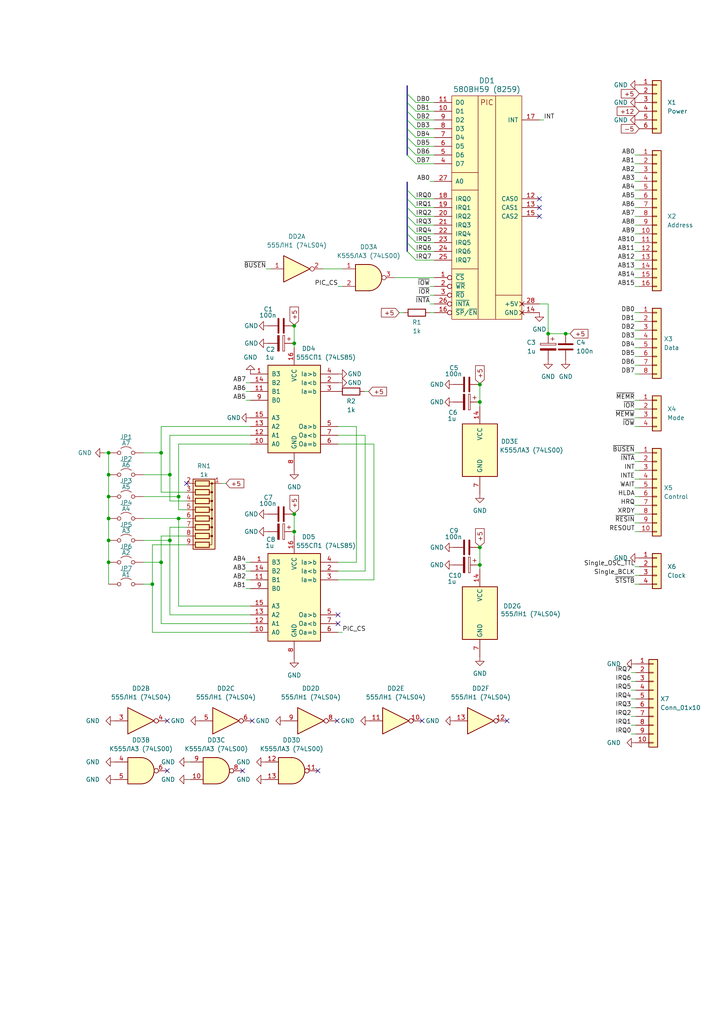
<source format=kicad_sch>
(kicad_sch (version 20231120) (generator "eeschema") (generator_version "8.0")
  (paper "A4" portrait)
  (title_block (title "Модуль контроллера прерываний") (date "2026-01-19") (company "R2AKT") (comment 1 "R2AKT.467863.002") (comment 2 "R2AKT"))
  (lib_symbols
    (symbol "74xx:74LS00" (pin_names (offset 1.016))
      (property "Reference" "U" (at 0 1.27 0))
      (property "Value" "74LS00" (at 0 -1.27 0))
      (symbol "74LS00_1_1"
        (pin input line (at -7.62 2.54 0) (length 3.81) (name "~") (number "1"))
        (pin input line (at -7.62 -2.54 0) (length 3.81) (name "~") (number "2"))
        (pin output inverted (at 7.62 0 180) (length 3.81) (name "~") (number "3"))
      )
      (symbol "74LS00_1_2"
        (pin input inverted (at -7.62 2.54 0) (length 4.318) (name "~") (number "1"))
        (pin input inverted (at -7.62 -2.54 0) (length 4.318) (name "~") (number "2"))
        (pin output line (at 7.62 0 180) (length 3.81) (name "~") (number "3"))
      )
      (symbol "74LS00_2_1"
        (pin input line (at -7.62 2.54 0) (length 3.81) (name "~") (number "4"))
        (pin input line (at -7.62 -2.54 0) (length 3.81) (name "~") (number "5"))
        (pin output inverted (at 7.62 0 180) (length 3.81) (name "~") (number "6"))
      )
      (symbol "74LS00_2_2"
        (pin input inverted (at -7.62 2.54 0) (length 4.318) (name "~") (number "4"))
        (pin input inverted (at -7.62 -2.54 0) (length 4.318) (name "~") (number "5"))
        (pin output line (at 7.62 0 180) (length 3.81) (name "~") (number "6"))
      )
      (symbol "74LS00_3_1"
        (pin input line (at -7.62 -2.54 0) (length 3.81) (name "~") (number "10"))
        (pin output inverted (at 7.62 0 180) (length 3.81) (name "~") (number "8"))
        (pin input line (at -7.62 2.54 0) (length 3.81) (name "~") (number "9"))
      )
      (symbol "74LS00_3_2"
        (pin input inverted (at -7.62 -2.54 0) (length 4.318) (name "~") (number "10"))
        (pin output line (at 7.62 0 180) (length 3.81) (name "~") (number "8"))
        (pin input inverted (at -7.62 2.54 0) (length 4.318) (name "~") (number "9"))
      )
      (symbol "74LS00_4_1"
        (pin output inverted (at 7.62 0 180) (length 3.81) (name "~") (number "11"))
        (pin input line (at -7.62 2.54 0) (length 3.81) (name "~") (number "12"))
        (pin input line (at -7.62 -2.54 0) (length 3.81) (name "~") (number "13"))
      )
      (symbol "74LS00_4_2"
        (pin output line (at 7.62 0 180) (length 3.81) (name "~") (number "11"))
        (pin input inverted (at -7.62 2.54 0) (length 4.318) (name "~") (number "12"))
        (pin input inverted (at -7.62 -2.54 0) (length 4.318) (name "~") (number "13"))
      )
      (symbol "74LS00_5_0"
        (pin power_in line (at 0 12.7 270) (length 5.08) (name "VCC") (number "14"))
        (pin power_in line (at 0 -12.7 90) (length 5.08) (name "GND") (number "7"))
      )
    )
    (symbol "74xx:74LS04"
      (property "Reference" "U" (at 0 1.27 0))
      (property "Value" "74LS04" (at 0 -1.27 0))
      (symbol "74LS04_1_0"
        (pin input line (at -7.62 0 0) (length 3.81) (name "~") (number "1"))
        (pin output inverted (at 7.62 0 180) (length 3.81) (name "~") (number "2"))
      )
      (symbol "74LS04_2_0"
        (pin input line (at -7.62 0 0) (length 3.81) (name "~") (number "3"))
        (pin output inverted (at 7.62 0 180) (length 3.81) (name "~") (number "4"))
      )
      (symbol "74LS04_3_0"
        (pin input line (at -7.62 0 0) (length 3.81) (name "~") (number "5"))
        (pin output inverted (at 7.62 0 180) (length 3.81) (name "~") (number "6"))
      )
      (symbol "74LS04_4_0"
        (pin output inverted (at 7.62 0 180) (length 3.81) (name "~") (number "8"))
        (pin input line (at -7.62 0 0) (length 3.81) (name "~") (number "9"))
      )
      (symbol "74LS04_5_0"
        (pin output inverted (at 7.62 0 180) (length 3.81) (name "~") (number "10"))
        (pin input line (at -7.62 0 0) (length 3.81) (name "~") (number "11"))
      )
      (symbol "74LS04_6_0"
        (pin output inverted (at 7.62 0 180) (length 3.81) (name "~") (number "12"))
        (pin input line (at -7.62 0 0) (length 3.81) (name "~") (number "13"))
      )
      (symbol "74LS04_7_0"
        (pin power_in line (at 0 12.7 270) (length 5.08) (name "VCC") (number "14"))
        (pin power_in line (at 0 -12.7 90) (length 5.08) (name "GND") (number "7"))
      )
    )
    (symbol "74xx:74LS85" (pin_names (offset 1.016))
      (property "Reference" "U" (at -7.62 13.97 0))
      (property "Value" "74LS85" (at -7.62 -13.97 0))
      (symbol "74LS85_1_0"
        (pin input line (at -12.7 10.16 0) (length 5.08) (name "B3") (number "1"))
        (pin input line (at -12.7 -10.16 0) (length 5.08) (name "A0") (number "10"))
        (pin input line (at -12.7 5.08 0) (length 5.08) (name "B1") (number "11"))
        (pin input line (at -12.7 -7.62 0) (length 5.08) (name "A1") (number "12"))
        (pin input line (at -12.7 -5.08 0) (length 5.08) (name "A2") (number "13"))
        (pin input line (at -12.7 7.62 0) (length 5.08) (name "B2") (number "14"))
        (pin input line (at -12.7 -2.54 0) (length 5.08) (name "A3") (number "15"))
        (pin power_in line (at 0 17.78 270) (length 5.08) (name "VCC") (number "16"))
        (pin input line (at 12.7 7.62 180) (length 5.08) (name "Ia<b") (number "2"))
        (pin input line (at 12.7 5.08 180) (length 5.08) (name "Ia=b") (number "3"))
        (pin input line (at 12.7 10.16 180) (length 5.08) (name "Ia>b") (number "4"))
        (pin output line (at 12.7 -5.08 180) (length 5.08) (name "Oa>b") (number "5"))
        (pin output line (at 12.7 -10.16 180) (length 5.08) (name "Oa=b") (number "6"))
        (pin output line (at 12.7 -7.62 180) (length 5.08) (name "Oa<b") (number "7"))
        (pin power_in line (at 0 -17.78 90) (length 5.08) (name "GND") (number "8"))
        (pin input line (at -12.7 2.54 0) (length 5.08) (name "B0") (number "9"))
      )
    )
    (symbol "Connector_Generic:Conn_01x04" (pin_names (offset 1.016) hide)
      (property "Reference" "J" (at 0 5.08 0))
      (property "Value" "Conn_01x04" (at 0 -7.62 0))
      (symbol "Conn_01x04_1_1"
        (pin passive line (at -5.08 2.54 0) (length 3.81) (name "Pin_1") (number "1"))
        (pin passive line (at -5.08 0 0) (length 3.81) (name "Pin_2") (number "2"))
        (pin passive line (at -5.08 -2.54 0) (length 3.81) (name "Pin_3") (number "3"))
        (pin passive line (at -5.08 -5.08 0) (length 3.81) (name "Pin_4") (number "4"))
      )
    )
    (symbol "Connector_Generic:Conn_01x06" (pin_names (offset 1.016) hide)
      (property "Reference" "J" (at 0 7.62 0))
      (property "Value" "Conn_01x06" (at 0 -10.16 0))
      (symbol "Conn_01x06_1_1"
        (pin passive line (at -5.08 5.08 0) (length 3.81) (name "Pin_1") (number "1"))
        (pin passive line (at -5.08 2.54 0) (length 3.81) (name "Pin_2") (number "2"))
        (pin passive line (at -5.08 0 0) (length 3.81) (name "Pin_3") (number "3"))
        (pin passive line (at -5.08 -2.54 0) (length 3.81) (name "Pin_4") (number "4"))
        (pin passive line (at -5.08 -5.08 0) (length 3.81) (name "Pin_5") (number "5"))
        (pin passive line (at -5.08 -7.62 0) (length 3.81) (name "Pin_6") (number "6"))
      )
    )
    (symbol "Connector_Generic:Conn_01x08" (pin_names (offset 1.016) hide)
      (property "Reference" "J" (at 0 10.16 0))
      (property "Value" "Conn_01x08" (at 0 -12.7 0))
      (symbol "Conn_01x08_1_1"
        (pin passive line (at -5.08 7.62 0) (length 3.81) (name "Pin_1") (number "1"))
        (pin passive line (at -5.08 5.08 0) (length 3.81) (name "Pin_2") (number "2"))
        (pin passive line (at -5.08 2.54 0) (length 3.81) (name "Pin_3") (number "3"))
        (pin passive line (at -5.08 0 0) (length 3.81) (name "Pin_4") (number "4"))
        (pin passive line (at -5.08 -2.54 0) (length 3.81) (name "Pin_5") (number "5"))
        (pin passive line (at -5.08 -5.08 0) (length 3.81) (name "Pin_6") (number "6"))
        (pin passive line (at -5.08 -7.62 0) (length 3.81) (name "Pin_7") (number "7"))
        (pin passive line (at -5.08 -10.16 0) (length 3.81) (name "Pin_8") (number "8"))
      )
    )
    (symbol "Connector_Generic:Conn_01x10" (pin_names (offset 1.016) hide)
      (property "Reference" "J" (at 0 12.7 0))
      (property "Value" "Conn_01x10" (at 0 -15.24 0))
      (symbol "Conn_01x10_1_1"
        (pin passive line (at -5.08 10.16 0) (length 3.81) (name "Pin_1") (number "1"))
        (pin passive line (at -5.08 -12.7 0) (length 3.81) (name "Pin_10") (number "10"))
        (pin passive line (at -5.08 7.62 0) (length 3.81) (name "Pin_2") (number "2"))
        (pin passive line (at -5.08 5.08 0) (length 3.81) (name "Pin_3") (number "3"))
        (pin passive line (at -5.08 2.54 0) (length 3.81) (name "Pin_4") (number "4"))
        (pin passive line (at -5.08 0 0) (length 3.81) (name "Pin_5") (number "5"))
        (pin passive line (at -5.08 -2.54 0) (length 3.81) (name "Pin_6") (number "6"))
        (pin passive line (at -5.08 -5.08 0) (length 3.81) (name "Pin_7") (number "7"))
        (pin passive line (at -5.08 -7.62 0) (length 3.81) (name "Pin_8") (number "8"))
        (pin passive line (at -5.08 -10.16 0) (length 3.81) (name "Pin_9") (number "9"))
      )
    )
    (symbol "Connector_Generic:Conn_01x16" (pin_names (offset 1.016) hide)
      (property "Reference" "J" (at 0 20.32 0))
      (property "Value" "Conn_01x16" (at 0 -22.86 0))
      (symbol "Conn_01x16_1_1"
        (pin passive line (at -5.08 17.78 0) (length 3.81) (name "Pin_1") (number "1"))
        (pin passive line (at -5.08 -5.08 0) (length 3.81) (name "Pin_10") (number "10"))
        (pin passive line (at -5.08 -7.62 0) (length 3.81) (name "Pin_11") (number "11"))
        (pin passive line (at -5.08 -10.16 0) (length 3.81) (name "Pin_12") (number "12"))
        (pin passive line (at -5.08 -12.7 0) (length 3.81) (name "Pin_13") (number "13"))
        (pin passive line (at -5.08 -15.24 0) (length 3.81) (name "Pin_14") (number "14"))
        (pin passive line (at -5.08 -17.78 0) (length 3.81) (name "Pin_15") (number "15"))
        (pin passive line (at -5.08 -20.32 0) (length 3.81) (name "Pin_16") (number "16"))
        (pin passive line (at -5.08 15.24 0) (length 3.81) (name "Pin_2") (number "2"))
        (pin passive line (at -5.08 12.7 0) (length 3.81) (name "Pin_3") (number "3"))
        (pin passive line (at -5.08 10.16 0) (length 3.81) (name "Pin_4") (number "4"))
        (pin passive line (at -5.08 7.62 0) (length 3.81) (name "Pin_5") (number "5"))
        (pin passive line (at -5.08 5.08 0) (length 3.81) (name "Pin_6") (number "6"))
        (pin passive line (at -5.08 2.54 0) (length 3.81) (name "Pin_7") (number "7"))
        (pin passive line (at -5.08 0 0) (length 3.81) (name "Pin_8") (number "8"))
        (pin passive line (at -5.08 -2.54 0) (length 3.81) (name "Pin_9") (number "9"))
      )
    )
    (symbol "Device:C" (pin_numbers hide) (pin_names (offset 0.254))
      (property "Reference" "C" (at 0.635 2.54 0))
      (property "Value" "C" (at 0.635 -2.54 0))
      (symbol "C_1_1"
        (pin passive line (at 0 3.81 270) (length 2.794) (name "~") (number "1"))
        (pin passive line (at 0 -3.81 90) (length 2.794) (name "~") (number "2"))
      )
    )
    (symbol "Device:C_Polarized" (pin_numbers hide) (pin_names (offset 0.254))
      (property "Reference" "C" (at 0.635 2.54 0))
      (property "Value" "C_Polarized" (at 0.635 -2.54 0))
      (symbol "C_Polarized_1_1"
        (pin passive line (at 0 3.81 270) (length 2.794) (name "~") (number "1"))
        (pin passive line (at 0 -3.81 90) (length 2.794) (name "~") (number "2"))
      )
    )
    (symbol "Device:R" (pin_numbers hide) (pin_names (offset 0))
      (property "Reference" "R" (at 2.032 0 90))
      (property "Value" "R" (at 0 0 90))
      (symbol "R_1_1"
        (pin passive line (at 0 3.81 270) (length 1.27) (name "~") (number "1"))
        (pin passive line (at 0 -3.81 90) (length 1.27) (name "~") (number "2"))
      )
    )
    (symbol "Device:R_Network08" (pin_names (offset 0) hide)
      (property "Reference" "RN" (at -12.7 0 90))
      (property "Value" "R_Network08" (at 10.16 0 90))
      (symbol "R_Network08_1_1"
        (pin passive line (at -10.16 5.08 270) (length 2.54) (name "common") (number "1"))
        (pin passive line (at -10.16 -5.08 90) (length 1.27) (name "R1") (number "2"))
        (pin passive line (at -7.62 -5.08 90) (length 1.27) (name "R2") (number "3"))
        (pin passive line (at -5.08 -5.08 90) (length 1.27) (name "R3") (number "4"))
        (pin passive line (at -2.54 -5.08 90) (length 1.27) (name "R4") (number "5"))
        (pin passive line (at 0 -5.08 90) (length 1.27) (name "R5") (number "6"))
        (pin passive line (at 2.54 -5.08 90) (length 1.27) (name "R6") (number "7"))
        (pin passive line (at 5.08 -5.08 90) (length 1.27) (name "R7") (number "8"))
        (pin passive line (at 7.62 -5.08 90) (length 1.27) (name "R8") (number "9"))
      )
    )
    (symbol "Jumper:Jumper_2_Open" (pin_numbers hide) (pin_names (offset 0) hide) (exclude_from_sim yes)
      (property "Reference" "JP" (at 0 2.794 0))
      (property "Value" "Jumper_2_Open" (at 0 -2.286 0))
      (symbol "Jumper_2_Open_1_1"
        (pin passive line (at -5.08 0 0) (length 2.54) (name "A") (number "1"))
        (pin passive line (at 5.08 0 180) (length 2.54) (name "B") (number "2"))
      )
    )
    (symbol "power:GND" (power) (pin_numbers hide) (pin_names (offset 0) hide)
      (property "Value" "GND" (at 0 -3.81 0))
      (symbol "GND_1_1"
        (pin power_in line (at 0 0 270) (length 0) (name "~") (number "1"))
      )
    )
    (symbol "К580-К1810-К1821:580ВН59" (pin_names (offset 1.016))
      (property "Reference" "DD" (at -0.508 35.306 0))
      (property "Value" "580ВН59 (8259)" (at 0 0.254 90))
      (symbol "580ВН59_0_0"
        (text "PIC" (at 0 31.75 0) (effects (font (size 1.524 1.524))))
      )
      (symbol "580ВН59_0_1"
        (pin input inverted (at -15.24 -19.05 0) (length 5.08) (name "~{CS}") (number "1"))
        (pin bidirectional line (at -15.24 29.21 0) (length 5.08) (name "D1") (number "10"))
        (pin bidirectional line (at -15.24 31.75 0) (length 5.08) (name "D0") (number "11"))
        (pin bidirectional line (at 15.24 3.81 180) (length 5.08) (name "CAS0") (number "12"))
        (pin bidirectional line (at 15.24 1.27 180) (length 5.08) (name "CAS1") (number "13"))
        (pin bidirectional line (at 15.24 -1.27 180) (length 5.08) (name "CAS2") (number "15"))
        (pin output line (at 15.24 26.67 180) (length 5.08) (name "INT") (number "17"))
        (pin input line (at -15.24 3.81 0) (length 5.08) (name "IRQ0") (number "18"))
        (pin input line (at -15.24 1.27 0) (length 5.08) (name "IRQ1") (number "19"))
        (pin input inverted (at -15.24 -21.59 0) (length 5.08) (name "~{WR}") (number "2"))
        (pin input line (at -15.24 -1.27 0) (length 5.08) (name "IRQ2") (number "20"))
        (pin input line (at -15.24 -3.81 0) (length 5.08) (name "IRQ3") (number "21"))
        (pin input line (at -15.24 -6.35 0) (length 5.08) (name "IRQ4") (number "22"))
        (pin input line (at -15.24 -8.89 0) (length 5.08) (name "IRQ5") (number "23"))
        (pin input line (at -15.24 -11.43 0) (length 5.08) (name "IRQ6") (number "24"))
        (pin input line (at -15.24 -13.97 0) (length 5.08) (name "IRQ7") (number "25"))
        (pin input inverted (at -15.24 -26.67 0) (length 5.08) (name "~{INTA}") (number "26"))
        (pin input line (at -15.24 8.89 0) (length 5.08) (name "A0") (number "27"))
        (pin input inverted (at -15.24 -24.13 0) (length 5.08) (name "~{RD}") (number "3"))
        (pin bidirectional line (at -15.24 13.97 0) (length 5.08) (name "D7") (number "4"))
        (pin bidirectional line (at -15.24 16.51 0) (length 5.08) (name "D6") (number "5"))
        (pin bidirectional line (at -15.24 19.05 0) (length 5.08) (name "D5") (number "6"))
        (pin bidirectional line (at -15.24 21.59 0) (length 5.08) (name "D4") (number "7"))
        (pin bidirectional line (at -15.24 24.13 0) (length 5.08) (name "D3") (number "8"))
        (pin bidirectional line (at -15.24 26.67 0) (length 5.08) (name "D2") (number "9"))
      )
      (symbol "580ВН59_1_1"
        (pin power_in non_logic (at 15.24 -29.21 180) (length 5.08) (name "GND") (number "14"))
        (pin bidirectional inverted (at -15.24 -29.21 0) (length 5.08) (name "~{SP}/~{EN}") (number "16"))
        (pin power_in non_logic (at 15.24 -26.67 180) (length 5.08) (name "+5V") (number "28"))
      )
    )
  )
  (junction (at 46.736 163.068))
  (junction (at 85.344 149.098))
  (junction (at 49.276 156.718))
  (junction (at 85.344 94.488))
  (junction (at 139.192 111.506))
  (junction (at 85.344 99.568))
  (junction (at 31.496 150.368))
  (junction (at 49.276 137.668))
  (junction (at 44.196 169.418))
  (junction (at 31.496 131.318))
  (junction (at 139.192 158.75))
  (junction (at 164.084 96.774))
  (junction (at 31.496 144.018))
  (junction (at 139.192 116.586))
  (junction (at 85.344 154.178))
  (junction (at 139.192 163.83))
  (junction (at 51.816 150.368))
  (junction (at 46.736 131.318))
  (junction (at 159.004 96.774))
  (junction (at 51.816 144.018))
  (junction (at 31.496 137.668))
  (junction (at 31.496 156.718))
  (junction (at 31.496 163.068))
  (no_connect (at 48.514 209.042))
  (no_connect (at 98.044 180.848))
  (no_connect (at 73.152 209.042))
  (no_connect (at 156.464 62.738))
  (no_connect (at 70.358 223.52))
  (no_connect (at 122.428 209.042))
  (no_connect (at 97.79 209.042))
  (no_connect (at 92.202 223.52))
  (no_connect (at 147.066 209.042))
  (no_connect (at 54.102 140.208))
  (no_connect (at 48.514 223.52))
  (no_connect (at 98.044 178.308))
  (no_connect (at 156.464 60.198))
  (no_connect (at 156.464 57.658))
  (bus_entry (at 118.11 60.198) (size 2.54 2.54))
  (bus_entry (at 118.11 37.338) (size 2.54 2.54))
  (bus_entry (at 118.11 42.418) (size 2.54 2.54))
  (bus_entry (at 118.11 39.878) (size 2.54 2.54))
  (bus_entry (at 118.11 65.278) (size 2.54 2.54))
  (bus_entry (at 118.11 55.118) (size 2.54 2.54))
  (bus_entry (at 118.11 70.358) (size 2.54 2.54))
  (bus_entry (at 118.11 67.818) (size 2.54 2.54))
  (bus_entry (at 118.11 72.898) (size 2.54 2.54))
  (bus_entry (at 118.11 29.718) (size 2.54 2.54))
  (bus_entry (at 118.11 57.658) (size 2.54 2.54))
  (bus_entry (at 118.11 27.178) (size 2.54 2.54))
  (bus_entry (at 118.11 32.258) (size 2.54 2.54))
  (bus_entry (at 118.11 34.798) (size 2.54 2.54))
  (bus_entry (at 118.11 62.738) (size 2.54 2.54))
  (bus_entry (at 118.11 44.958) (size 2.54 2.54))
  (wire (pts (xy 124.714 88.138) (xy 125.984 88.138)))
  (wire (pts (xy 55.118 226.06) (xy 54.61 226.06)))
  (wire (pts (xy 51.816 147.828) (xy 54.102 147.828)))
  (wire (pts (xy 185.42 166.878) (xy 184.15 166.878)))
  (wire (pts (xy 71.374 116.078) (xy 72.644 116.078)))
  (wire (pts (xy 185.42 95.758) (xy 184.15 95.758)))
  (wire (pts (xy 41.656 156.718) (xy 49.276 156.718)))
  (wire (pts (xy 185.42 108.458) (xy 184.15 108.458)))
  (wire (pts (xy 185.42 151.638) (xy 184.15 151.638)))
  (wire (pts (xy 139.192 116.586) (xy 139.192 117.856)))
  (wire (pts (xy 46.736 131.318) (xy 46.736 123.698)))
  (wire (pts (xy 85.344 99.568) (xy 85.344 100.838)))
  (wire (pts (xy 49.276 137.668) (xy 49.276 145.288)))
  (wire (pts (xy 185.42 133.858) (xy 184.15 133.858)))
  (wire (pts (xy 185.42 116.078) (xy 184.15 116.078)))
  (wire (pts (xy 183.134 197.612) (xy 184.404 197.612)))
  (wire (pts (xy 185.42 100.838) (xy 184.15 100.838)))
  (wire (pts (xy 85.344 154.178) (xy 85.344 155.448)))
  (wire (pts (xy 120.65 29.718) (xy 125.984 29.718)))
  (wire (pts (xy 184.15 146.558) (xy 185.42 146.558)))
  (wire (pts (xy 85.344 99.568) (xy 85.344 94.488)))
  (bus (pts (xy 118.11 55.118) (xy 118.11 57.658)))
  (bus (pts (xy 118.11 32.258) (xy 118.11 34.798)))
  (wire (pts (xy 139.192 158.496) (xy 139.192 158.75)))
  (wire (pts (xy 185.42 50.038) (xy 184.15 50.038)))
  (wire (pts (xy 185.42 60.198) (xy 184.15 60.198)))
  (bus (pts (xy 118.11 70.358) (xy 118.11 72.898)))
  (bus (pts (xy 118.11 65.278) (xy 118.11 67.818)))
  (wire (pts (xy 120.65 72.898) (xy 125.984 72.898)))
  (wire (pts (xy 159.004 96.774) (xy 164.084 96.774)))
  (wire (pts (xy 185.42 105.918) (xy 184.15 105.918)))
  (wire (pts (xy 44.196 169.418) (xy 44.196 183.388)))
  (wire (pts (xy 108.458 168.148) (xy 98.044 168.148)))
  (wire (pts (xy 44.196 157.988) (xy 44.196 169.418)))
  (wire (pts (xy 51.816 175.768) (xy 72.644 175.768)))
  (wire (pts (xy 49.276 152.908) (xy 49.276 156.718)))
  (wire (pts (xy 185.42 65.278) (xy 184.15 65.278)))
  (wire (pts (xy 184.15 144.018) (xy 185.42 144.018)))
  (wire (pts (xy 41.656 131.318) (xy 46.736 131.318)))
  (bus (pts (xy 118.11 52.832) (xy 118.11 55.118)))
  (wire (pts (xy 44.196 157.988) (xy 54.102 157.988)))
  (wire (pts (xy 185.42 98.298) (xy 184.15 98.298)))
  (wire (pts (xy 30.226 131.318) (xy 31.496 131.318)))
  (wire (pts (xy 98.044 126.238) (xy 105.918 126.238)))
  (wire (pts (xy 98.044 83.058) (xy 99.314 83.058)))
  (wire (pts (xy 120.65 42.418) (xy 125.984 42.418)))
  (wire (pts (xy 185.42 118.618) (xy 184.15 118.618)))
  (wire (pts (xy 124.714 83.058) (xy 125.984 83.058)))
  (wire (pts (xy 46.736 123.698) (xy 72.644 123.698)))
  (wire (pts (xy 185.42 138.938) (xy 184.15 138.938)))
  (wire (pts (xy 51.816 147.828) (xy 51.816 144.018)))
  (wire (pts (xy 71.374 168.148) (xy 72.644 168.148)))
  (wire (pts (xy 185.42 62.738) (xy 184.15 62.738)))
  (wire (pts (xy 55.118 220.98) (xy 54.61 220.98)))
  (wire (pts (xy 120.65 65.278) (xy 125.984 65.278)))
  (wire (pts (xy 103.378 123.698) (xy 103.378 163.068)))
  (wire (pts (xy 46.736 163.068) (xy 46.736 180.848)))
  (wire (pts (xy 41.656 137.668) (xy 49.276 137.668)))
  (wire (pts (xy 185.42 80.518) (xy 184.15 80.518)))
  (bus (pts (xy 118.11 57.658) (xy 118.11 60.198)))
  (wire (pts (xy 185.42 121.158) (xy 184.15 121.158)))
  (wire (pts (xy 120.65 34.798) (xy 125.984 34.798)))
  (wire (pts (xy 49.276 156.718) (xy 49.276 178.308)))
  (wire (pts (xy 184.15 131.318) (xy 185.42 131.318)))
  (wire (pts (xy 120.65 39.878) (xy 125.984 39.878)))
  (wire (pts (xy 157.734 34.798) (xy 156.464 34.798)))
  (wire (pts (xy 71.374 165.608) (xy 72.644 165.608)))
  (wire (pts (xy 185.42 47.498) (xy 184.15 47.498)))
  (wire (pts (xy 41.656 169.418) (xy 44.196 169.418)))
  (bus (pts (xy 118.11 60.198) (xy 118.11 62.738)))
  (wire (pts (xy 115.824 90.678) (xy 117.094 90.678)))
  (wire (pts (xy 185.42 103.378) (xy 184.15 103.378)))
  (wire (pts (xy 183.134 195.072) (xy 184.404 195.072)))
  (wire (pts (xy 41.656 144.018) (xy 51.816 144.018)))
  (wire (pts (xy 185.42 77.978) (xy 184.15 77.978)))
  (wire (pts (xy 93.726 77.978) (xy 99.314 77.978)))
  (wire (pts (xy 185.42 83.058) (xy 184.15 83.058)))
  (bus (pts (xy 118.11 39.878) (xy 118.11 42.418)))
  (wire (pts (xy 185.42 169.418) (xy 184.15 169.418)))
  (wire (pts (xy 185.42 154.178) (xy 184.15 154.178)))
  (wire (pts (xy 49.276 152.908) (xy 54.102 152.908)))
  (wire (pts (xy 71.374 110.998) (xy 72.644 110.998)))
  (wire (pts (xy 124.714 52.578) (xy 125.984 52.578)))
  (wire (pts (xy 120.65 47.498) (xy 125.984 47.498)))
  (wire (pts (xy 139.192 111.252) (xy 139.192 111.506)))
  (wire (pts (xy 44.196 183.388) (xy 72.644 183.388)))
  (wire (pts (xy 98.044 183.388) (xy 99.314 183.388)))
  (wire (pts (xy 71.374 163.068) (xy 72.644 163.068)))
  (wire (pts (xy 51.816 150.368) (xy 51.816 175.768)))
  (wire (pts (xy 85.344 154.178) (xy 85.344 149.098)))
  (wire (pts (xy 114.554 80.518) (xy 125.984 80.518)))
  (wire (pts (xy 31.496 150.368) (xy 31.496 156.718)))
  (wire (pts (xy 31.496 144.018) (xy 31.496 150.368)))
  (wire (pts (xy 183.134 212.852) (xy 184.404 212.852)))
  (wire (pts (xy 120.65 37.338) (xy 125.984 37.338)))
  (wire (pts (xy 120.65 62.738) (xy 125.984 62.738)))
  (wire (pts (xy 183.134 200.152) (xy 184.404 200.152)))
  (wire (pts (xy 71.374 170.688) (xy 72.644 170.688)))
  (wire (pts (xy 51.816 128.778) (xy 72.644 128.778)))
  (wire (pts (xy 41.656 150.368) (xy 51.816 150.368)))
  (wire (pts (xy 156.464 88.138) (xy 159.004 88.138)))
  (wire (pts (xy 185.42 93.218) (xy 184.15 93.218)))
  (wire (pts (xy 105.918 165.608) (xy 98.044 165.608)))
  (wire (pts (xy 183.134 207.772) (xy 184.404 207.772)))
  (wire (pts (xy 185.42 57.658) (xy 184.15 57.658)))
  (bus (pts (xy 118.11 62.738) (xy 118.11 65.278)))
  (wire (pts (xy 185.42 55.118) (xy 184.15 55.118)))
  (wire (pts (xy 185.42 67.818) (xy 184.15 67.818)))
  (wire (pts (xy 51.816 144.018) (xy 51.816 128.778)))
  (wire (pts (xy 72.644 126.238) (xy 49.276 126.238)))
  (wire (pts (xy 46.736 155.448) (xy 54.102 155.448)))
  (wire (pts (xy 46.736 180.848) (xy 72.644 180.848)))
  (bus (pts (xy 118.11 67.818) (xy 118.11 70.358)))
  (wire (pts (xy 85.344 148.844) (xy 85.344 149.098)))
  (wire (pts (xy 31.496 137.668) (xy 31.496 144.018)))
  (wire (pts (xy 139.192 116.586) (xy 139.192 111.506)))
  (wire (pts (xy 77.216 77.978) (xy 78.486 77.978)))
  (wire (pts (xy 159.004 88.138) (xy 159.004 96.774)))
  (bus (pts (xy 118.11 42.418) (xy 118.11 44.958)))
  (wire (pts (xy 185.42 90.678) (xy 184.15 90.678)))
  (wire (pts (xy 31.496 156.718) (xy 31.496 163.068)))
  (wire (pts (xy 185.42 123.698) (xy 184.15 123.698)))
  (wire (pts (xy 46.736 142.748) (xy 46.736 131.318)))
  (wire (pts (xy 185.42 44.958) (xy 184.15 44.958)))
  (wire (pts (xy 85.344 94.234) (xy 85.344 94.488)))
  (wire (pts (xy 120.65 32.258) (xy 125.984 32.258)))
  (wire (pts (xy 105.918 126.238) (xy 105.918 165.608)))
  (wire (pts (xy 120.65 70.358) (xy 125.984 70.358)))
  (wire (pts (xy 120.65 60.198) (xy 125.984 60.198)))
  (bus (pts (xy 118.11 34.798) (xy 118.11 37.338)))
  (wire (pts (xy 49.276 178.308) (xy 72.644 178.308)))
  (wire (pts (xy 184.15 141.478) (xy 185.42 141.478)))
  (wire (pts (xy 185.42 52.578) (xy 184.15 52.578)))
  (bus (pts (xy 118.11 37.338) (xy 118.11 39.878)))
  (wire (pts (xy 183.134 205.232) (xy 184.404 205.232)))
  (wire (pts (xy 139.192 163.83) (xy 139.192 158.75)))
  (wire (pts (xy 165.354 96.774) (xy 164.084 96.774)))
  (wire (pts (xy 184.15 149.098) (xy 185.42 149.098)))
  (wire (pts (xy 103.378 163.068) (xy 98.044 163.068)))
  (wire (pts (xy 106.934 113.538) (xy 105.664 113.538)))
  (wire (pts (xy 41.656 163.068) (xy 46.736 163.068)))
  (wire (pts (xy 51.816 150.368) (xy 54.102 150.368)))
  (wire (pts (xy 71.374 113.538) (xy 72.644 113.538)))
  (wire (pts (xy 139.192 163.83) (xy 139.192 165.1)))
  (wire (pts (xy 64.262 140.208) (xy 65.532 140.208)))
  (bus (pts (xy 118.11 24.892) (xy 118.11 27.178)))
  (bus (pts (xy 118.11 27.178) (xy 118.11 29.718)))
  (wire (pts (xy 46.736 155.448) (xy 46.736 163.068)))
  (wire (pts (xy 49.276 145.288) (xy 54.102 145.288)))
  (wire (pts (xy 108.458 128.778) (xy 108.458 168.148)))
  (wire (pts (xy 185.42 75.438) (xy 184.15 75.438)))
  (bus (pts (xy 118.11 29.718) (xy 118.11 32.258)))
  (wire (pts (xy 185.42 70.358) (xy 184.15 70.358)))
  (wire (pts (xy 183.134 202.692) (xy 184.404 202.692)))
  (wire (pts (xy 124.714 85.598) (xy 125.984 85.598)))
  (wire (pts (xy 120.65 44.958) (xy 125.984 44.958)))
  (wire (pts (xy 120.65 67.818) (xy 125.984 67.818)))
  (wire (pts (xy 120.65 57.658) (xy 125.984 57.658)))
  (wire (pts (xy 185.42 72.898) (xy 184.15 72.898)))
  (wire (pts (xy 120.65 75.438) (xy 125.984 75.438)))
  (wire (pts (xy 98.044 123.698) (xy 103.378 123.698)))
  (wire (pts (xy 185.42 136.398) (xy 184.15 136.398)))
  (wire (pts (xy 98.044 128.778) (xy 108.458 128.778)))
  (wire (pts (xy 183.134 210.312) (xy 184.404 210.312)))
  (wire (pts (xy 49.276 126.238) (xy 49.276 137.668)))
  (wire (pts (xy 31.496 163.068) (xy 31.496 169.418)))
  (wire (pts (xy 31.496 131.318) (xy 31.496 137.668)))
  (wire (pts (xy 184.15 164.338) (xy 185.42 164.338)))
  (wire (pts (xy 46.736 142.748) (xy 54.102 142.748)))
  (wire (pts (xy 124.714 90.678) (xy 125.984 90.678)))
  (label "DB6" (at 184.15 105.918 180))
  (label "IRQ6" (at 125.222 72.898 180))
  (label "~{STSTB}" (at 184.15 169.418 180))
  (label "DB2" (at 124.714 34.798 180))
  (label "~{BUSEN}" (at 184.15 131.318 180))
  (label "AB5" (at 184.15 57.658 180))
  (label "AB1" (at 71.374 170.688 180))
  (label "AB4" (at 184.15 55.118 180))
  (label "AB3" (at 184.15 52.578 180))
  (label "~{INTA}" (at 184.15 133.858 180))
  (label "IRQ3" (at 183.134 205.232 180))
  (label "~{IOW}" (at 184.15 123.698 180))
  (label "~{MEMW}" (at 184.15 121.158 180))
  (label "IRQ3" (at 125.222 65.278 180))
  (label "PIC_CS" (at 99.314 183.388 0))
  (label "IRQ5" (at 125.222 70.358 180))
  (label "IRQ7" (at 125.222 75.438 180))
  (label "DB4" (at 124.714 39.878 180))
  (label "IRQ0" (at 183.134 212.852 180))
  (label "PIC_CS" (at 98.044 83.058 180))
  (label "IRQ4" (at 125.222 67.818 180))
  (label "Single_OSC_TTL" (at 184.15 164.338 180))
  (label "DB2" (at 184.15 95.758 180))
  (label "AB3" (at 71.374 165.608 180))
  (label "DB5" (at 184.15 103.378 180))
  (label "AB5" (at 71.374 116.078 180))
  (label "AB12" (at 184.15 75.438 180))
  (label "HLDA" (at 184.15 144.018 180))
  (label "IRQ5" (at 183.134 200.152 180))
  (label "DB1" (at 184.15 93.218 180))
  (label "IRQ6" (at 183.134 197.612 180))
  (label "AB10" (at 184.15 70.358 180))
  (label "DB7" (at 124.714 47.498 180))
  (label "IRQ2" (at 183.134 207.772 180))
  (label "AB9" (at 184.15 67.818 180))
  (label "AB2" (at 184.15 50.038 180))
  (label "DB1" (at 124.714 32.258 180))
  (label "DB7" (at 184.15 108.458 180))
  (label "IRQ4" (at 183.134 202.692 180))
  (label "AB13" (at 184.15 77.978 180))
  (label "WAIT" (at 184.15 141.478 180))
  (label "~{IOR}" (at 124.714 85.598 180))
  (label "AB11" (at 184.15 72.898 180))
  (label "IRQ2" (at 125.222 62.738 180))
  (label "IRQ1" (at 183.134 210.312 180))
  (label "HRQ" (at 184.15 146.558 180))
  (label "INTE" (at 184.15 138.938 180))
  (label "~{MEMR}" (at 184.15 116.078 180))
  (label "INT" (at 157.734 34.798 0))
  (label "AB14" (at 184.15 80.518 180))
  (label "~{RESIN}" (at 184.15 151.638 180))
  (label "XRDY" (at 184.15 149.098 180))
  (label "DB6" (at 124.714 44.958 180))
  (label "IRQ7" (at 183.134 195.072 180))
  (label "DB3" (at 124.714 37.338 180))
  (label "Single_BCLK" (at 184.15 166.878 180))
  (label "AB7" (at 71.374 110.998 180))
  (label "RESOUT" (at 184.15 154.178 180))
  (label "DB5" (at 124.714 42.418 180))
  (label "DB4" (at 184.15 100.838 180))
  (label "IRQ0" (at 125.222 57.658 180))
  (label "AB8" (at 184.15 65.278 180))
  (label "AB0" (at 184.15 44.958 180))
  (label "DB0" (at 184.15 90.678 180))
  (label "AB2" (at 71.374 168.148 180))
  (label "INT" (at 184.15 136.398 180))
  (label "~{IOW}" (at 124.714 83.058 180))
  (label "DB0" (at 124.714 29.718 180))
  (label "AB1" (at 184.15 47.498 180))
  (label "AB6" (at 184.15 60.198 180))
  (label "~{IOR}" (at 184.15 118.618 180))
  (label "AB7" (at 184.15 62.738 180))
  (label "~{INTA}" (at 124.714 88.138 180))
  (label "IRQ1" (at 125.222 60.198 180))
  (label "AB6" (at 71.374 113.538 180))
  (label "DB3" (at 184.15 98.298 180))
  (label "AB0" (at 124.714 52.578 180))
  (label "AB15" (at 184.15 83.058 180))
  (label "~{BUSEN}" (at 77.216 77.978 180))
  (label "AB4" (at 71.374 163.068 180))
  (global_label "+5" (shape input) (at 115.824 90.678 180) (property "Intersheetrefs" "${INTERSHEET_REFS}" (effects (hide yes))))
  (global_label "-5" (shape input) (at 185.42 37.338 180) (property "Intersheetrefs" "${INTERSHEET_REFS}" (effects (hide yes))))
  (global_label "+5" (shape input) (at 85.344 148.844 90) (property "Intersheetrefs" "${INTERSHEET_REFS}" (effects (hide yes))))
  (global_label "+5" (shape input) (at 65.532 140.208 0) (property "Intersheetrefs" "${INTERSHEET_REFS}" (effects (hide yes))))
  (global_label "+5" (shape input) (at 85.344 94.234 90) (property "Intersheetrefs" "${INTERSHEET_REFS}" (effects (hide yes))))
  (global_label "+12" (shape input) (at 185.42 32.258 180) (property "Intersheetrefs" "${INTERSHEET_REFS}" (effects (hide yes))))
  (global_label "+5" (shape input) (at 165.354 96.774 0) (property "Intersheetrefs" "${INTERSHEET_REFS}" (effects (hide yes))))
  (global_label "+5" (shape input) (at 106.934 113.538 0) (property "Intersheetrefs" "${INTERSHEET_REFS}" (effects (hide yes))))
  (global_label "+5" (shape input) (at 185.42 27.178 180) (property "Intersheetrefs" "${INTERSHEET_REFS}" (effects (hide yes))))
  (global_label "+5" (shape input) (at 139.192 158.496 90) (property "Intersheetrefs" "${INTERSHEET_REFS}" (effects (hide yes))))
  (global_label "+5" (shape input) (at 139.192 111.252 90) (property "Intersheetrefs" "${INTERSHEET_REFS}" (effects (hide yes))))
  (symbol (lib_id "power:GND") (at 72.644 121.158 270) (unit 1)
    (property "Reference" "#PWR14" (effects (hide yes)))
    (property "Value" "GND" (at 67.818 121.158 90))
    (property "Description" "Power symbol creates a global label with name \"GND\" , ground" (effects (hide yes)))
  )
  (symbol (lib_id "74xx:74LS00") (at 62.738 223.52 0) (unit 3)
    (property "Reference" "DD3" (at 62.738 214.63 0))
    (property "Value" "К555ЛА3 (74LS00)" (at 62.738 217.17 0))
    (property "Footprint" "Package_DIP:DIP-14_W7.62mm_Socket_LongPads" (effects (hide yes)))
    (property "Datasheet" "http://www.ti.com/lit/gpn/sn74ls00" (effects (hide yes)))
    (property "Description" "quad 2-input NAND gate" (effects (hide yes)))
  )
  (symbol (lib_id "74xx:74LS04") (at 65.532 209.042 0) (unit 3)
    (property "Reference" "DD2" (at 65.532 199.644 0))
    (property "Value" "555ЛН1 (74LS04)" (at 65.532 202.184 0))
    (property "Footprint" "Package_DIP:DIP-14_W7.62mm_Socket_LongPads" (effects (hide yes)))
    (property "Datasheet" "http://www.ti.com/lit/gpn/sn74LS04" (effects (hide yes)))
    (property "Description" "Hex Inverter" (effects (hide yes)))
  )
  (symbol (lib_id "Device:C") (at 81.534 149.098 270) (mirror x) (unit 1)
    (property "Reference" "C7" (at 76.454 144.272 90) (effects (justify left)))
    (property "Value" "100n" (at 75.184 146.05 90) (effects (justify left)))
    (property "Footprint" "Capacitor_SMD:C_0805_2012Metric_Pad1.18x1.45mm_HandSolder" (effects (hide yes)))
    (property "Description" "Unpolarized capacitor" (effects (hide yes)))
  )
  (symbol (lib_id "Jumper:Jumper_2_Open") (at 36.576 137.668 0) (unit 1) (exclude_from_sim yes)
    (property "Reference" "JP2" (at 36.576 133.096 0))
    (property "Value" "~{A6}" (at 36.576 134.874 0))
    (property "Footprint" "Jumper:SolderJumper-2_P1.3mm_Open_RoundedPad1.0x1.5mm" (effects (hide yes)))
    (property "Description" "Jumper, 2-pole, open" (effects (hide yes)))
  )
  (symbol (lib_id "power:GND") (at 57.912 209.042 270) (unit 1)
    (property "Reference" "#PWR27" (effects (hide yes)))
    (property "Value" "GND" (at 53.594 209.0419 90) (effects (justify right)))
    (property "Description" "Power symbol creates a global label with name \"GND\" , ground" (effects (hide yes)))
  )
  (symbol (lib_id "74xx:74LS85") (at 85.344 118.618 0) (unit 1)
    (property "Reference" "DD4" (at 87.5381 101.092 0) (effects (justify left)))
    (property "Value" "555СП1 (74LS85)" (at 85.852 103.632 0) (effects (justify left)))
    (property "Footprint" "Package_DIP:DIP-16_W7.62mm_Socket_LongPads" (effects (hide yes)))
    (property "Datasheet" "http://www.ti.com/lit/gpn/sn74LS85" (effects (hide yes)))
    (property "Description" "4-bit Comparator" (effects (hide yes)))
  )
  (symbol (lib_id "power:GND") (at 33.274 209.042 270) (unit 1)
    (property "Reference" "#PWR26" (effects (hide yes)))
    (property "Value" "GND" (at 28.956 209.0419 90) (effects (justify right)))
    (property "Description" "Power symbol creates a global label with name \"GND\" , ground" (effects (hide yes)))
  )
  (symbol (lib_id "74xx:74LS04") (at 86.106 77.978 0) (unit 1)
    (property "Reference" "DD2" (at 86.106 68.58 0))
    (property "Value" "555ЛН1 (74LS04)" (at 86.106 71.12 0))
    (property "Footprint" "Package_DIP:DIP-14_W7.62mm_Socket_LongPads" (effects (hide yes)))
    (property "Datasheet" "http://www.ti.com/lit/gpn/sn74LS04" (effects (hide yes)))
    (property "Description" "Hex Inverter" (effects (hide yes)))
  )
  (symbol (lib_id "74xx:74LS04") (at 139.446 209.042 0) (unit 6)
    (property "Reference" "DD2" (at 139.446 199.644 0))
    (property "Value" "555ЛН1 (74LS04)" (at 139.446 202.184 0))
    (property "Footprint" "Package_DIP:DIP-14_W7.62mm_Socket_LongPads" (effects (hide yes)))
    (property "Datasheet" "http://www.ti.com/lit/gpn/sn74LS04" (effects (hide yes)))
    (property "Description" "Hex Inverter" (effects (hide yes)))
  )
  (symbol (lib_id "power:GND") (at 76.962 220.98 270) (unit 1)
    (property "Reference" "#PWR34" (effects (hide yes)))
    (property "Value" "GND" (at 72.644 220.9799 90) (effects (justify right)))
    (property "Description" "Power symbol creates a global label with name \"GND\" , ground" (effects (hide yes)))
  )
  (symbol (lib_id "power:GND") (at 107.188 209.042 270) (unit 1)
    (property "Reference" "#PWR29" (effects (hide yes)))
    (property "Value" "GND" (at 102.87 209.0419 90) (effects (justify right)))
    (property "Description" "Power symbol creates a global label with name \"GND\" , ground" (effects (hide yes)))
  )
  (symbol (lib_id "power:GND") (at 82.55 209.042 270) (unit 1)
    (property "Reference" "#PWR28" (effects (hide yes)))
    (property "Value" "GND" (at 78.232 209.0419 90) (effects (justify right)))
    (property "Description" "Power symbol creates a global label with name \"GND\" , ground" (effects (hide yes)))
  )
  (symbol (lib_id "power:GND") (at 77.724 94.488 270) (unit 1)
    (property "Reference" "#PWR5" (effects (hide yes)))
    (property "Value" "GND" (at 72.898 94.488 90))
    (property "Description" "Power symbol creates a global label with name \"GND\" , ground" (effects (hide yes)))
  )
  (symbol (lib_id "74xx:74LS04") (at 40.894 209.042 0) (unit 2)
    (property "Reference" "DD2" (at 40.894 199.644 0))
    (property "Value" "555ЛН1 (74LS04)" (at 40.894 202.184 0))
    (property "Footprint" "Package_DIP:DIP-14_W7.62mm_Socket_LongPads" (effects (hide yes)))
    (property "Datasheet" "http://www.ti.com/lit/gpn/sn74LS04" (effects (hide yes)))
    (property "Description" "Hex Inverter" (effects (hide yes)))
  )
  (symbol (lib_id "power:GND") (at 156.464 90.678 0) (unit 1)
    (property "Reference" "#PWR4" (effects (hide yes)))
    (property "Value" "GND" (at 156.464 95.504 0))
    (property "Description" "Power symbol creates a global label with name \"GND\" , ground" (effects (hide yes)))
  )
  (symbol (lib_id "power:GND") (at 184.404 215.392 270) (unit 1)
    (property "Reference" "#PWR31" (effects (hide yes)))
    (property "Value" "GND" (at 180.086 215.3919 90) (effects (justify right)))
    (property "Description" "Power symbol creates a global label with name \"GND\" , ground" (effects (hide yes)))
  )
  (symbol (lib_id "power:GND") (at 164.084 104.394 0) (mirror y) (unit 1)
    (property "Reference" "#PWR8" (effects (hide yes)))
    (property "Value" "GND" (at 164.084 109.22 0))
    (property "Description" "Power symbol creates a global label with name \"GND\" , ground" (effects (hide yes)))
  )
  (symbol (lib_id "Connector_Generic:Conn_01x16") (at 190.5 62.738 0) (unit 1)
    (property "Reference" "X2" (at 193.548 62.7379 0) (effects (justify left)))
    (property "Value" "Address" (at 193.548 65.2779 0) (effects (justify left)))
    (property "Footprint" "Connector_PinHeader_2.54mm:PinHeader_1x16_P2.54mm_Vertical" (effects (hide yes)))
    (property "Description" "Generic connector, single row, 01x16, script generated (kicad-library-utils/schlib/autogen/connector/)" (effects (hide yes)))
  )
  (symbol (lib_id "power:GND") (at 98.044 110.998 90) (unit 1)
    (property "Reference" "#PWR11" (effects (hide yes)))
    (property "Value" "GND" (at 102.87 110.998 90))
    (property "Description" "Power symbol creates a global label with name \"GND\" , ground" (effects (hide yes)))
  )
  (symbol (lib_id "Device:C_Polarized") (at 135.382 116.586 270) (unit 1)
    (property "Reference" "C6" (at 130.048 119.634 90) (effects (justify left)))
    (property "Value" "1u" (at 129.794 121.412 90) (effects (justify left)))
    (property "Footprint" "Capacitor_Tantalum_SMD:CP_EIA-3216-18_Kemet-A_Pad1.58x1.35mm_HandSolder" (effects (hide yes)))
    (property "Description" "Polarized capacitor" (effects (hide yes)))
  )
  (symbol (lib_id "power:GND") (at 185.42 34.798 270) (unit 1)
    (property "Reference" "#PWR3" (effects (hide yes)))
    (property "Value" "GND" (at 182.118 34.7979 90) (effects (justify right)))
    (property "Description" "Power symbol creates a global label with name \"GND\" , ground" (effects (hide yes)))
  )
  (symbol (lib_id "power:GND") (at 76.962 226.06 270) (unit 1)
    (property "Reference" "#PWR37" (effects (hide yes)))
    (property "Value" "GND" (at 72.644 226.0599 90) (effects (justify right)))
    (property "Description" "Power symbol creates a global label with name \"GND\" , ground" (effects (hide yes)))
  )
  (symbol (lib_id "74xx:74LS00") (at 84.582 223.52 0) (unit 4)
    (property "Reference" "DD3" (at 84.582 214.63 0))
    (property "Value" "К555ЛА3 (74LS00)" (at 84.582 217.17 0))
    (property "Footprint" "Package_DIP:DIP-14_W7.62mm_Socket_LongPads" (effects (hide yes)))
    (property "Datasheet" "http://www.ti.com/lit/gpn/sn74ls00" (effects (hide yes)))
    (property "Description" "quad 2-input NAND gate" (effects (hide yes)))
  )
  (symbol (lib_id "power:GND") (at 131.572 158.75 270) (unit 1)
    (property "Reference" "#PWR20" (effects (hide yes)))
    (property "Value" "GND" (at 126.746 158.75 90))
    (property "Description" "Power symbol creates a global label with name \"GND\" , ground" (effects (hide yes)))
  )
  (symbol (lib_id "74xx:74LS00") (at 139.192 130.556 0) (unit 5)
    (property "Reference" "DD3" (at 147.828 128.016 0))
    (property "Value" "К555ЛА3 (74LS00)" (at 154.178 130.556 0))
    (property "Footprint" "Package_DIP:DIP-14_W7.62mm_Socket_LongPads" (effects (hide yes)))
    (property "Datasheet" "http://www.ti.com/lit/gpn/sn74ls00" (effects (hide yes)))
    (property "Description" "quad 2-input NAND gate" (effects (hide yes)))
  )
  (symbol (lib_id "Jumper:Jumper_2_Open") (at 36.576 156.718 0) (unit 1) (exclude_from_sim yes)
    (property "Reference" "JP5" (at 36.576 152.146 0))
    (property "Value" "~{A3}" (at 36.576 153.924 0))
    (property "Footprint" "Jumper:SolderJumper-2_P1.3mm_Open_RoundedPad1.0x1.5mm" (effects (hide yes)))
    (property "Description" "Jumper, 2-pole, open" (effects (hide yes)))
  )
  (symbol (lib_id "power:GND") (at 131.572 163.83 270) (unit 1)
    (property "Reference" "#PWR22" (effects (hide yes)))
    (property "Value" "GND" (at 126.746 163.83 90))
    (property "Description" "Power symbol creates a global label with name \"GND\" , ground" (effects (hide yes)))
  )
  (symbol (lib_id "Jumper:Jumper_2_Open") (at 36.576 150.368 0) (unit 1) (exclude_from_sim yes)
    (property "Reference" "JP4" (at 36.576 145.796 0))
    (property "Value" "~{A4}" (at 36.576 147.574 0))
    (property "Footprint" "Jumper:SolderJumper-2_P1.3mm_Open_RoundedPad1.0x1.5mm" (effects (hide yes)))
    (property "Description" "Jumper, 2-pole, open" (effects (hide yes)))
  )
  (symbol (lib_id "Device:R") (at 120.904 90.678 270) (unit 1)
    (property "Reference" "R1" (at 120.904 93.472 90))
    (property "Value" "1k" (at 120.904 96.012 90))
    (property "Footprint" "Resistor_SMD:R_0805_2012Metric_Pad1.20x1.40mm_HandSolder" (effects (hide yes)))
    (property "Description" "Resistor" (effects (hide yes)))
  )
  (symbol (lib_id "power:GND") (at 54.61 220.98 270) (unit 1)
    (property "Reference" "#PWR33" (effects (hide yes)))
    (property "Value" "GND" (at 50.8 220.9799 90) (effects (justify right)))
    (property "Description" "Power symbol creates a global label with name \"GND\" , ground" (effects (hide yes)))
  )
  (symbol (lib_id "74xx:74LS04") (at 139.192 177.8 0) (unit 7)
    (property "Reference" "DD2" (at 148.59 175.768 0))
    (property "Value" "555ЛН1 (74LS04)" (at 153.924 178.054 0))
    (property "Footprint" "Package_DIP:DIP-14_W7.62mm_Socket_LongPads" (effects (hide yes)))
    (property "Datasheet" "http://www.ti.com/lit/gpn/sn74LS04" (effects (hide yes)))
    (property "Description" "Hex Inverter" (effects (hide yes)))
  )
  (symbol (lib_id "К580-К1810-К1821:580ВН59") (at 141.224 61.468 0) (unit 1)
    (property "Reference" "DD1" (at 141.224 23.368 0) (effects (font (size 1.524 1.524))))
    (property "Value" "580ВН59 (8259)" (at 141.224 25.908 0) (effects (font (size 1.524 1.524))))
    (property "Footprint" "Package_DIP:DIP-28_W15.24mm_Socket_LongPads" (effects (hide yes)))
  )
  (symbol (lib_id "power:GND") (at 33.274 220.98 270) (unit 1)
    (property "Reference" "#PWR32" (effects (hide yes)))
    (property "Value" "GND" (at 28.956 220.9799 90) (effects (justify right)))
    (property "Description" "Power symbol creates a global label with name \"GND\" , ground" (effects (hide yes)))
  )
  (symbol (lib_id "Device:R") (at 101.854 113.538 90) (mirror x) (unit 1)
    (property "Reference" "R2" (at 101.854 116.332 90))
    (property "Value" "1k" (at 101.854 118.872 90))
    (property "Footprint" "Resistor_SMD:R_0805_2012Metric_Pad1.20x1.40mm_HandSolder" (effects (hide yes)))
    (property "Description" "Resistor" (effects (hide yes)))
  )
  (symbol (lib_id "power:GND") (at 98.044 108.458 90) (unit 1)
    (property "Reference" "#PWR10" (effects (hide yes)))
    (property "Value" "GND" (at 102.87 108.458 90))
    (property "Description" "Power symbol creates a global label with name \"GND\" , ground" (effects (hide yes)))
  )
  (symbol (lib_id "Jumper:Jumper_2_Open") (at 36.576 163.068 0) (unit 1) (exclude_from_sim yes)
    (property "Reference" "JP6" (at 36.576 158.496 0))
    (property "Value" "~{A2}" (at 36.576 160.274 0))
    (property "Footprint" "Jumper:SolderJumper-2_P1.3mm_Open_RoundedPad1.0x1.5mm" (effects (hide yes)))
    (property "Description" "Jumper, 2-pole, open" (effects (hide yes)))
  )
  (symbol (lib_id "Connector_Generic:Conn_01x08") (at 190.5 98.298 0) (unit 1)
    (property "Reference" "X3" (at 192.532 98.2979 0) (effects (justify left)))
    (property "Value" "Data" (at 192.532 100.8379 0) (effects (justify left)))
    (property "Footprint" "Connector_PinHeader_2.54mm:PinHeader_1x08_P2.54mm_Vertical" (effects (hide yes)))
    (property "Description" "Generic connector, single row, 01x08, script generated (kicad-library-utils/schlib/autogen/connector/)" (effects (hide yes)))
  )
  (symbol (lib_id "Device:C_Polarized") (at 81.534 154.178 270) (unit 1)
    (property "Reference" "C8" (at 77.216 156.464 90) (effects (justify left)))
    (property "Value" "1u" (at 76.962 158.242 90) (effects (justify left)))
    (property "Footprint" "Capacitor_Tantalum_SMD:CP_EIA-3216-18_Kemet-A_Pad1.58x1.35mm_HandSolder" (effects (hide yes)))
    (property "Description" "Polarized capacitor" (effects (hide yes)))
  )
  (symbol (lib_id "power:GND") (at 72.644 108.458 180) (unit 1)
    (property "Reference" "#PWR9" (effects (hide yes)))
    (property "Value" "GND" (at 72.644 103.632 0))
    (property "Description" "Power symbol creates a global label with name \"GND\" , ground" (effects (hide yes)))
  )
  (symbol (lib_id "power:GND") (at 85.344 136.398 0) (unit 1)
    (property "Reference" "#PWR16" (effects (hide yes)))
    (property "Value" "GND" (at 85.344 141.224 0))
    (property "Description" "Power symbol creates a global label with name \"GND\" , ground" (effects (hide yes)))
  )
  (symbol (lib_id "Connector_Generic:Conn_01x04") (at 190.5 118.618 0) (unit 1)
    (property "Reference" "X4" (at 193.548 118.6179 0) (effects (justify left)))
    (property "Value" "Mode" (at 193.548 121.1579 0) (effects (justify left)))
    (property "Footprint" "Connector_PinHeader_2.54mm:PinHeader_1x04_P2.54mm_Vertical" (effects (hide yes)))
    (property "Description" "Generic connector, single row, 01x04, script generated (kicad-library-utils/schlib/autogen/connector/)" (effects (hide yes)))
  )
  (symbol (lib_id "Device:C") (at 164.084 100.584 0) (unit 1)
    (property "Reference" "C4" (at 167.132 99.314 0) (effects (justify left)))
    (property "Value" "100n" (at 167.132 101.854 0) (effects (justify left)))
    (property "Footprint" "Capacitor_SMD:C_0805_2012Metric_Pad1.18x1.45mm_HandSolder" (effects (hide yes)))
    (property "Description" "Unpolarized capacitor" (effects (hide yes)))
  )
  (symbol (lib_id "74xx:74LS00") (at 106.934 80.518 0) (unit 1)
    (property "Reference" "DD3" (at 106.934 71.628 0))
    (property "Value" "К555ЛА3 (74LS00)" (at 106.934 74.168 0))
    (property "Footprint" "Package_DIP:DIP-14_W7.62mm_Socket_LongPads" (effects (hide yes)))
    (property "Datasheet" "http://www.ti.com/lit/gpn/sn74ls00" (effects (hide yes)))
    (property "Description" "quad 2-input NAND gate" (effects (hide yes)))
  )
  (symbol (lib_id "Jumper:Jumper_2_Open") (at 36.576 131.318 0) (unit 1) (exclude_from_sim yes)
    (property "Reference" "JP1" (at 36.576 126.746 0))
    (property "Value" "~{A7}" (at 36.576 128.524 0))
    (property "Footprint" "Jumper:SolderJumper-2_P1.3mm_Open_RoundedPad1.0x1.5mm" (effects (hide yes)))
    (property "Description" "Jumper, 2-pole, open" (effects (hide yes)))
  )
  (symbol (lib_id "Jumper:Jumper_2_Open") (at 36.576 169.418 0) (unit 1) (exclude_from_sim yes)
    (property "Reference" "JP7" (at 36.576 164.846 0))
    (property "Value" "~{A1}" (at 36.576 166.624 0))
    (property "Footprint" "Jumper:SolderJumper-2_P1.3mm_Open_RoundedPad1.0x1.5mm" (effects (hide yes)))
    (property "Description" "Jumper, 2-pole, open" (effects (hide yes)))
  )
  (symbol (lib_id "Device:C") (at 135.382 111.506 270) (mirror x) (unit 1)
    (property "Reference" "C5" (at 130.302 106.68 90) (effects (justify left)))
    (property "Value" "100n" (at 129.032 108.458 90) (effects (justify left)))
    (property "Footprint" "Capacitor_SMD:C_0805_2012Metric_Pad1.18x1.45mm_HandSolder" (effects (hide yes)))
    (property "Description" "Unpolarized capacitor" (effects (hide yes)))
  )
  (symbol (lib_id "power:GND") (at 184.404 192.532 270) (unit 1)
    (property "Reference" "#PWR25" (effects (hide yes)))
    (property "Value" "GND" (at 180.086 192.5319 90) (effects (justify right)))
    (property "Description" "Power symbol creates a global label with name \"GND\" , ground" (effects (hide yes)))
  )
  (symbol (lib_id "Jumper:Jumper_2_Open") (at 36.576 144.018 0) (unit 1) (exclude_from_sim yes)
    (property "Reference" "JP3" (at 36.576 139.446 0))
    (property "Value" "~{A5}" (at 36.576 141.224 0))
    (property "Footprint" "Jumper:SolderJumper-2_P1.3mm_Open_RoundedPad1.0x1.5mm" (effects (hide yes)))
    (property "Description" "Jumper, 2-pole, open" (effects (hide yes)))
  )
  (symbol (lib_id "74xx:74LS04") (at 114.808 209.042 0) (unit 5)
    (property "Reference" "DD2" (at 114.808 199.644 0))
    (property "Value" "555ЛН1 (74LS04)" (at 114.808 202.184 0))
    (property "Footprint" "Package_DIP:DIP-14_W7.62mm_Socket_LongPads" (effects (hide yes)))
    (property "Datasheet" "http://www.ti.com/lit/gpn/sn74LS04" (effects (hide yes)))
    (property "Description" "Hex Inverter" (effects (hide yes)))
  )
  (symbol (lib_id "power:GND") (at 131.572 116.586 270) (unit 1)
    (property "Reference" "#PWR13" (effects (hide yes)))
    (property "Value" "GND" (at 126.746 116.586 90))
    (property "Description" "Power symbol creates a global label with name \"GND\" , ground" (effects (hide yes)))
  )
  (symbol (lib_id "Connector_Generic:Conn_01x06") (at 190.5 29.718 0) (unit 1)
    (property "Reference" "X1" (at 193.548 29.7179 0) (effects (justify left)))
    (property "Value" "Power" (at 193.548 32.2579 0) (effects (justify left)))
    (property "Footprint" "Connector_PinHeader_2.54mm:PinHeader_1x06_P2.54mm_Vertical" (effects (hide yes)))
    (property "Description" "Generic connector, single row, 01x06, script generated (kicad-library-utils/schlib/autogen/connector/)" (effects (hide yes)))
  )
  (symbol (lib_id "Device:R_Network08") (at 59.182 150.368 270) (unit 1)
    (property "Reference" "RN1" (at 59.182 135.128 90))
    (property "Value" "1k" (at 59.182 137.668 90))
    (property "Footprint" "Resistor_THT:R_Array_SIP9" (effects (hide yes)))
    (property "Datasheet" "http://www.vishay.com/docs/31509/csc.pdf" (effects (hide yes)))
    (property "Description" "8 resistor network, star topology, bussed resistors, small symbol" (effects (hide yes)))
  )
  (symbol (lib_id "74xx:74LS00") (at 40.894 223.52 0) (unit 2)
    (property "Reference" "DD3" (at 40.894 214.63 0))
    (property "Value" "К555ЛА3 (74LS00)" (at 40.894 217.17 0))
    (property "Footprint" "Package_DIP:DIP-14_W7.62mm_Socket_LongPads" (effects (hide yes)))
    (property "Datasheet" "http://www.ti.com/lit/gpn/sn74ls00" (effects (hide yes)))
    (property "Description" "quad 2-input NAND gate" (effects (hide yes)))
  )
  (symbol (lib_id "power:GND") (at 30.226 131.318 270) (mirror x) (unit 1)
    (property "Reference" "#PWR15" (effects (hide yes)))
    (property "Value" "GND" (at 26.67 131.3181 90) (effects (justify right)))
    (property "Description" "Power symbol creates a global label with name \"GND\" , ground" (effects (hide yes)))
  )
  (symbol (lib_id "74xx:74LS04") (at 90.17 209.042 0) (unit 4)
    (property "Reference" "DD2" (at 90.17 199.644 0))
    (property "Value" "555ЛН1 (74LS04)" (at 90.17 202.184 0))
    (property "Footprint" "Package_DIP:DIP-14_W7.62mm_Socket_LongPads" (effects (hide yes)))
    (property "Datasheet" "http://www.ti.com/lit/gpn/sn74LS04" (effects (hide yes)))
    (property "Description" "Hex Inverter" (effects (hide yes)))
  )
  (symbol (lib_id "power:GND") (at 54.61 226.06 270) (unit 1)
    (property "Reference" "#PWR36" (effects (hide yes)))
    (property "Value" "GND" (at 50.8 226.0599 90) (effects (justify right)))
    (property "Description" "Power symbol creates a global label with name \"GND\" , ground" (effects (hide yes)))
  )
  (symbol (lib_id "power:GND") (at 85.344 191.008 0) (unit 1)
    (property "Reference" "#PWR24" (effects (hide yes)))
    (property "Value" "GND" (at 85.344 195.834 0))
    (property "Description" "Power symbol creates a global label with name \"GND\" , ground" (effects (hide yes)))
  )
  (symbol (lib_id "power:GND") (at 77.724 99.568 270) (unit 1)
    (property "Reference" "#PWR6" (effects (hide yes)))
    (property "Value" "GND" (at 72.898 99.568 90))
    (property "Description" "Power symbol creates a global label with name \"GND\" , ground" (effects (hide yes)))
  )
  (symbol (lib_id "Device:C") (at 81.534 94.488 270) (mirror x) (unit 1)
    (property "Reference" "C1" (at 76.454 89.662 90) (effects (justify left)))
    (property "Value" "100n" (at 75.184 91.44 90) (effects (justify left)))
    (property "Footprint" "Capacitor_SMD:C_0805_2012Metric_Pad1.18x1.45mm_HandSolder" (effects (hide yes)))
    (property "Description" "Unpolarized capacitor" (effects (hide yes)))
  )
  (symbol (lib_id "Device:C_Polarized") (at 159.004 100.584 0) (mirror y) (unit 1)
    (property "Reference" "C3" (at 155.448 99.314 0) (effects (justify left)))
    (property "Value" "1u" (at 155.448 101.854 0) (effects (justify left)))
    (property "Footprint" "Capacitor_Tantalum_SMD:CP_EIA-3216-18_Kemet-A_Pad1.58x1.35mm_HandSolder" (effects (hide yes)))
    (property "Description" "Polarized capacitor" (effects (hide yes)))
  )
  (symbol (lib_id "Connector_Generic:Conn_01x10") (at 190.5 141.478 0) (unit 1)
    (property "Reference" "X5" (at 192.532 141.4779 0) (effects (justify left)))
    (property "Value" "Control" (at 192.532 144.0179 0) (effects (justify left)))
    (property "Footprint" "Connector_PinHeader_2.54mm:PinHeader_1x10_P2.54mm_Vertical" (effects (hide yes)))
    (property "Description" "Generic connector, single row, 01x10, script generated (kicad-library-utils/schlib/autogen/connector/)" (effects (hide yes)))
  )
  (symbol (lib_id "power:GND") (at 77.724 149.098 270) (unit 1)
    (property "Reference" "#PWR18" (effects (hide yes)))
    (property "Value" "GND" (at 72.898 149.098 90))
    (property "Description" "Power symbol creates a global label with name \"GND\" , ground" (effects (hide yes)))
  )
  (symbol (lib_id "Connector_Generic:Conn_01x10") (at 189.484 202.692 0) (unit 1)
    (property "Reference" "X7" (at 191.516 202.6919 0) (effects (justify left)))
    (property "Value" "Conn_01x10" (at 191.516 205.2319 0) (effects (justify left)))
    (property "Footprint" "Connector_PinHeader_2.54mm:PinHeader_1x10_P2.54mm_Vertical" (effects (hide yes)))
    (property "Description" "Generic connector, single row, 01x10, script generated (kicad-library-utils/schlib/autogen/connector/)" (effects (hide yes)))
  )
  (symbol (lib_id "Device:C_Polarized") (at 135.382 163.83 270) (unit 1)
    (property "Reference" "C10" (at 130.048 166.878 90) (effects (justify left)))
    (property "Value" "1u" (at 129.794 168.656 90) (effects (justify left)))
    (property "Footprint" "Capacitor_Tantalum_SMD:CP_EIA-3216-18_Kemet-A_Pad1.58x1.35mm_HandSolder" (effects (hide yes)))
    (property "Description" "Polarized capacitor" (effects (hide yes)))
  )
  (symbol (lib_id "74xx:74LS85") (at 85.344 173.228 0) (unit 1)
    (property "Reference" "DD5" (at 87.5381 155.702 0) (effects (justify left)))
    (property "Value" "555СП1 (74LS85)" (at 85.852 158.242 0) (effects (justify left)))
    (property "Footprint" "Package_DIP:DIP-16_W7.62mm_Socket_LongPads" (effects (hide yes)))
    (property "Datasheet" "http://www.ti.com/lit/gpn/sn74LS85" (effects (hide yes)))
    (property "Description" "4-bit Comparator" (effects (hide yes)))
  )
  (symbol (lib_id "power:GND") (at 185.42 24.638 270) (unit 1)
    (property "Reference" "#PWR1" (effects (hide yes)))
    (property "Value" "GND" (at 182.118 24.6379 90) (effects (justify right)))
    (property "Description" "Power symbol creates a global label with name \"GND\" , ground" (effects (hide yes)))
  )
  (symbol (lib_id "Device:C") (at 135.382 158.75 270) (mirror x) (unit 1)
    (property "Reference" "C9" (at 130.302 153.924 90) (effects (justify left)))
    (property "Value" "100n" (at 129.032 155.702 90) (effects (justify left)))
    (property "Footprint" "Capacitor_SMD:C_0805_2012Metric_Pad1.18x1.45mm_HandSolder" (effects (hide yes)))
    (property "Description" "Unpolarized capacitor" (effects (hide yes)))
  )
  (symbol (lib_id "power:GND") (at 139.192 143.256 0) (unit 1)
    (property "Reference" "#PWR17" (effects (hide yes)))
    (property "Value" "GND" (at 139.192 148.082 0))
    (property "Description" "Power symbol creates a global label with name \"GND\" , ground" (effects (hide yes)))
  )
  (symbol (lib_id "power:GND") (at 131.572 111.506 270) (unit 1)
    (property "Reference" "#PWR12" (effects (hide yes)))
    (property "Value" "GND" (at 126.746 111.506 90))
    (property "Description" "Power symbol creates a global label with name \"GND\" , ground" (effects (hide yes)))
  )
  (symbol (lib_id "power:GND") (at 131.826 209.042 270) (unit 1)
    (property "Reference" "#PWR30" (effects (hide yes)))
    (property "Value" "GND" (at 127.508 209.0419 90) (effects (justify right)))
    (property "Description" "Power symbol creates a global label with name \"GND\" , ground" (effects (hide yes)))
  )
  (symbol (lib_id "power:GND") (at 159.004 104.394 0) (mirror y) (unit 1)
    (property "Reference" "#PWR7" (effects (hide yes)))
    (property "Value" "GND" (at 159.004 109.22 0))
    (property "Description" "Power symbol creates a global label with name \"GND\" , ground" (effects (hide yes)))
  )
  (symbol (lib_id "power:GND") (at 139.192 190.5 0) (unit 1)
    (property "Reference" "#PWR23" (effects (hide yes)))
    (property "Value" "GND" (at 139.192 195.326 0))
    (property "Description" "Power symbol creates a global label with name \"GND\" , ground" (effects (hide yes)))
  )
  (symbol (lib_id "power:GND") (at 185.42 29.718 270) (unit 1)
    (property "Reference" "#PWR2" (effects (hide yes)))
    (property "Value" "GND" (at 182.118 29.7179 90) (effects (justify right)))
    (property "Description" "Power symbol creates a global label with name \"GND\" , ground" (effects (hide yes)))
  )
  (symbol (lib_id "power:GND") (at 185.42 161.798 270) (unit 1)
    (property "Reference" "#PWR21" (effects (hide yes)))
    (property "Value" "GND" (at 182.118 161.7979 90) (effects (justify right)))
    (property "Description" "Power symbol creates a global label with name \"GND\" , ground" (effects (hide yes)))
  )
  (symbol (lib_id "power:GND") (at 33.274 226.06 270) (unit 1)
    (property "Reference" "#PWR35" (effects (hide yes)))
    (property "Value" "GND" (at 28.956 226.0599 90) (effects (justify right)))
    (property "Description" "Power symbol creates a global label with name \"GND\" , ground" (effects (hide yes)))
  )
  (symbol (lib_id "Connector_Generic:Conn_01x04") (at 190.5 164.338 0) (unit 1)
    (property "Reference" "X6" (at 193.548 164.3379 0) (effects (justify left)))
    (property "Value" "Clock" (at 193.548 166.8779 0) (effects (justify left)))
    (property "Footprint" "Connector_PinHeader_2.54mm:PinHeader_1x04_P2.54mm_Vertical" (effects (hide yes)))
    (property "Description" "Generic connector, single row, 01x04, script generated (kicad-library-utils/schlib/autogen/connector/)" (effects (hide yes)))
  )
  (symbol (lib_id "Device:C_Polarized") (at 81.534 99.568 270) (unit 1)
    (property "Reference" "C2" (at 77.0891 101.346 90) (effects (justify left)))
    (property "Value" "1u" (at 76.962 103.632 90) (effects (justify left)))
    (property "Footprint" "Capacitor_Tantalum_SMD:CP_EIA-3216-18_Kemet-A_Pad1.58x1.35mm_HandSolder" (effects (hide yes)))
    (property "Description" "Polarized capacitor" (effects (hide yes)))
  )
  (symbol (lib_id "power:GND") (at 77.724 154.178 270) (unit 1)
    (property "Reference" "#PWR19" (effects (hide yes)))
    (property "Value" "GND" (at 72.898 154.178 90))
    (property "Description" "Power symbol creates a global label with name \"GND\" , ground" (effects (hide yes)))
  )
)
</source>
